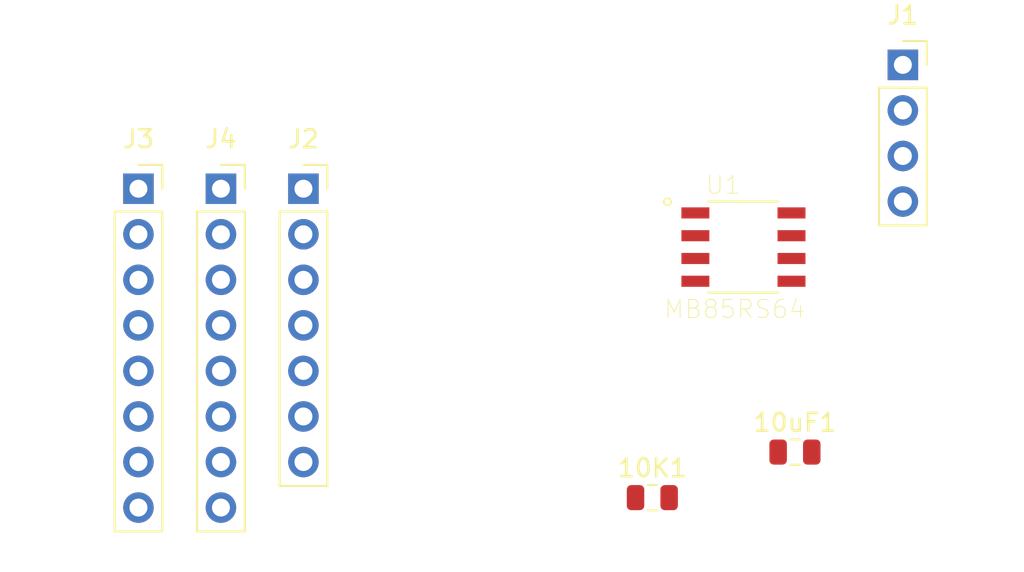
<source format=kicad_pcb>
(kicad_pcb (version 20171130) (host pcbnew "(5.1.0)-1")

  (general
    (thickness 1.6)
    (drawings 0)
    (tracks 0)
    (zones 0)
    (modules 7)
    (nets 15)
  )

  (page A4)
  (layers
    (0 F.Cu signal)
    (31 B.Cu signal)
    (32 B.Adhes user)
    (33 F.Adhes user)
    (34 B.Paste user)
    (35 F.Paste user)
    (36 B.SilkS user)
    (37 F.SilkS user)
    (38 B.Mask user)
    (39 F.Mask user)
    (40 Dwgs.User user)
    (41 Cmts.User user)
    (42 Eco1.User user)
    (43 Eco2.User user)
    (44 Edge.Cuts user)
    (45 Margin user)
    (46 B.CrtYd user)
    (47 F.CrtYd user)
    (48 B.Fab user)
    (49 F.Fab user)
  )

  (setup
    (last_trace_width 0.25)
    (trace_clearance 0.2)
    (zone_clearance 0.508)
    (zone_45_only no)
    (trace_min 0.2)
    (via_size 0.8)
    (via_drill 0.4)
    (via_min_size 0.4)
    (via_min_drill 0.3)
    (uvia_size 0.3)
    (uvia_drill 0.1)
    (uvias_allowed no)
    (uvia_min_size 0.2)
    (uvia_min_drill 0.1)
    (edge_width 0.05)
    (segment_width 0.2)
    (pcb_text_width 0.3)
    (pcb_text_size 1.5 1.5)
    (mod_edge_width 0.12)
    (mod_text_size 1 1)
    (mod_text_width 0.15)
    (pad_size 1.524 1.524)
    (pad_drill 0.762)
    (pad_to_mask_clearance 0.051)
    (solder_mask_min_width 0.25)
    (aux_axis_origin 0 0)
    (visible_elements FFFFFF7F)
    (pcbplotparams
      (layerselection 0x010fc_ffffffff)
      (usegerberextensions false)
      (usegerberattributes false)
      (usegerberadvancedattributes false)
      (creategerberjobfile false)
      (excludeedgelayer true)
      (linewidth 0.100000)
      (plotframeref false)
      (viasonmask false)
      (mode 1)
      (useauxorigin false)
      (hpglpennumber 1)
      (hpglpenspeed 20)
      (hpglpendiameter 15.000000)
      (psnegative false)
      (psa4output false)
      (plotreference true)
      (plotvalue true)
      (plotinvisibletext false)
      (padsonsilk false)
      (subtractmaskfromsilk false)
      (outputformat 1)
      (mirror false)
      (drillshape 1)
      (scaleselection 1)
      (outputdirectory ""))
  )

  (net 0 "")
  (net 1 "Net-(10K1-Pad1)")
  (net 2 +5V)
  (net 3 GND)
  (net 4 "Net-(J1-Pad1)")
  (net 5 "Net-(J1-Pad2)")
  (net 6 "Net-(J1-Pad3)")
  (net 7 "Net-(J1-Pad4)")
  (net 8 "Net-(J2-Pad1)")
  (net 9 "Net-(J2-Pad2)")
  (net 10 "Net-(J2-Pad3)")
  (net 11 "Net-(J2-Pad4)")
  (net 12 "Net-(J2-Pad5)")
  (net 13 "Net-(J3-Pad3)")
  (net 14 "Net-(J4-Pad3)")

  (net_class Default "This is the default net class."
    (clearance 0.2)
    (trace_width 0.25)
    (via_dia 0.8)
    (via_drill 0.4)
    (uvia_dia 0.3)
    (uvia_drill 0.1)
    (add_net +5V)
    (add_net GND)
    (add_net "Net-(10K1-Pad1)")
    (add_net "Net-(J1-Pad1)")
    (add_net "Net-(J1-Pad2)")
    (add_net "Net-(J1-Pad3)")
    (add_net "Net-(J1-Pad4)")
    (add_net "Net-(J2-Pad1)")
    (add_net "Net-(J2-Pad2)")
    (add_net "Net-(J2-Pad3)")
    (add_net "Net-(J2-Pad4)")
    (add_net "Net-(J2-Pad5)")
    (add_net "Net-(J3-Pad3)")
    (add_net "Net-(J4-Pad3)")
  )

  (module Resistor_SMD:R_0805_2012Metric (layer F.Cu) (tedit 5B36C52B) (tstamp 5CF7F31F)
    (at 120.65 73.66)
    (descr "Resistor SMD 0805 (2012 Metric), square (rectangular) end terminal, IPC_7351 nominal, (Body size source: https://docs.google.com/spreadsheets/d/1BsfQQcO9C6DZCsRaXUlFlo91Tg2WpOkGARC1WS5S8t0/edit?usp=sharing), generated with kicad-footprint-generator")
    (tags resistor)
    (path /5CF71510)
    (attr smd)
    (fp_text reference 10K1 (at 0 -1.65) (layer F.SilkS)
      (effects (font (size 1 1) (thickness 0.15)))
    )
    (fp_text value R (at 0 1.65) (layer F.Fab)
      (effects (font (size 1 1) (thickness 0.15)))
    )
    (fp_line (start -1 0.6) (end -1 -0.6) (layer F.Fab) (width 0.1))
    (fp_line (start -1 -0.6) (end 1 -0.6) (layer F.Fab) (width 0.1))
    (fp_line (start 1 -0.6) (end 1 0.6) (layer F.Fab) (width 0.1))
    (fp_line (start 1 0.6) (end -1 0.6) (layer F.Fab) (width 0.1))
    (fp_line (start -0.258578 -0.71) (end 0.258578 -0.71) (layer F.SilkS) (width 0.12))
    (fp_line (start -0.258578 0.71) (end 0.258578 0.71) (layer F.SilkS) (width 0.12))
    (fp_line (start -1.68 0.95) (end -1.68 -0.95) (layer F.CrtYd) (width 0.05))
    (fp_line (start -1.68 -0.95) (end 1.68 -0.95) (layer F.CrtYd) (width 0.05))
    (fp_line (start 1.68 -0.95) (end 1.68 0.95) (layer F.CrtYd) (width 0.05))
    (fp_line (start 1.68 0.95) (end -1.68 0.95) (layer F.CrtYd) (width 0.05))
    (fp_text user %R (at 0 0) (layer F.Fab)
      (effects (font (size 0.5 0.5) (thickness 0.08)))
    )
    (pad 1 smd roundrect (at -0.9375 0) (size 0.975 1.4) (layers F.Cu F.Paste F.Mask) (roundrect_rratio 0.25)
      (net 1 "Net-(10K1-Pad1)"))
    (pad 2 smd roundrect (at 0.9375 0) (size 0.975 1.4) (layers F.Cu F.Paste F.Mask) (roundrect_rratio 0.25)
      (net 2 +5V))
    (model ${KISYS3DMOD}/Resistor_SMD.3dshapes/R_0805_2012Metric.wrl
      (at (xyz 0 0 0))
      (scale (xyz 1 1 1))
      (rotate (xyz 0 0 0))
    )
  )

  (module Capacitor_SMD:C_0805_2012Metric (layer F.Cu) (tedit 5B36C52B) (tstamp 5CF7F330)
    (at 128.6025 71.12)
    (descr "Capacitor SMD 0805 (2012 Metric), square (rectangular) end terminal, IPC_7351 nominal, (Body size source: https://docs.google.com/spreadsheets/d/1BsfQQcO9C6DZCsRaXUlFlo91Tg2WpOkGARC1WS5S8t0/edit?usp=sharing), generated with kicad-footprint-generator")
    (tags capacitor)
    (path /5CF71A86)
    (attr smd)
    (fp_text reference 10uF1 (at 0 -1.65) (layer F.SilkS)
      (effects (font (size 1 1) (thickness 0.15)))
    )
    (fp_text value C (at 0 1.65) (layer F.Fab)
      (effects (font (size 1 1) (thickness 0.15)))
    )
    (fp_line (start -1 0.6) (end -1 -0.6) (layer F.Fab) (width 0.1))
    (fp_line (start -1 -0.6) (end 1 -0.6) (layer F.Fab) (width 0.1))
    (fp_line (start 1 -0.6) (end 1 0.6) (layer F.Fab) (width 0.1))
    (fp_line (start 1 0.6) (end -1 0.6) (layer F.Fab) (width 0.1))
    (fp_line (start -0.258578 -0.71) (end 0.258578 -0.71) (layer F.SilkS) (width 0.12))
    (fp_line (start -0.258578 0.71) (end 0.258578 0.71) (layer F.SilkS) (width 0.12))
    (fp_line (start -1.68 0.95) (end -1.68 -0.95) (layer F.CrtYd) (width 0.05))
    (fp_line (start -1.68 -0.95) (end 1.68 -0.95) (layer F.CrtYd) (width 0.05))
    (fp_line (start 1.68 -0.95) (end 1.68 0.95) (layer F.CrtYd) (width 0.05))
    (fp_line (start 1.68 0.95) (end -1.68 0.95) (layer F.CrtYd) (width 0.05))
    (fp_text user %R (at 0 0) (layer F.Fab)
      (effects (font (size 0.5 0.5) (thickness 0.08)))
    )
    (pad 1 smd roundrect (at -0.9375 0) (size 0.975 1.4) (layers F.Cu F.Paste F.Mask) (roundrect_rratio 0.25)
      (net 2 +5V))
    (pad 2 smd roundrect (at 0.9375 0) (size 0.975 1.4) (layers F.Cu F.Paste F.Mask) (roundrect_rratio 0.25)
      (net 3 GND))
    (model ${KISYS3DMOD}/Capacitor_SMD.3dshapes/C_0805_2012Metric.wrl
      (at (xyz 0 0 0))
      (scale (xyz 1 1 1))
      (rotate (xyz 0 0 0))
    )
  )

  (module Connector_PinSocket_2.54mm:PinSocket_1x04_P2.54mm_Vertical (layer F.Cu) (tedit 5A19A429) (tstamp 5CF7F348)
    (at 134.62 49.53)
    (descr "Through hole straight socket strip, 1x04, 2.54mm pitch, single row (from Kicad 4.0.7), script generated")
    (tags "Through hole socket strip THT 1x04 2.54mm single row")
    (path /5CF84DAE)
    (fp_text reference J1 (at 0 -2.77) (layer F.SilkS)
      (effects (font (size 1 1) (thickness 0.15)))
    )
    (fp_text value Conn_01x04_Male (at 0 10.39) (layer F.Fab)
      (effects (font (size 1 1) (thickness 0.15)))
    )
    (fp_line (start -1.27 -1.27) (end 0.635 -1.27) (layer F.Fab) (width 0.1))
    (fp_line (start 0.635 -1.27) (end 1.27 -0.635) (layer F.Fab) (width 0.1))
    (fp_line (start 1.27 -0.635) (end 1.27 8.89) (layer F.Fab) (width 0.1))
    (fp_line (start 1.27 8.89) (end -1.27 8.89) (layer F.Fab) (width 0.1))
    (fp_line (start -1.27 8.89) (end -1.27 -1.27) (layer F.Fab) (width 0.1))
    (fp_line (start -1.33 1.27) (end 1.33 1.27) (layer F.SilkS) (width 0.12))
    (fp_line (start -1.33 1.27) (end -1.33 8.95) (layer F.SilkS) (width 0.12))
    (fp_line (start -1.33 8.95) (end 1.33 8.95) (layer F.SilkS) (width 0.12))
    (fp_line (start 1.33 1.27) (end 1.33 8.95) (layer F.SilkS) (width 0.12))
    (fp_line (start 1.33 -1.33) (end 1.33 0) (layer F.SilkS) (width 0.12))
    (fp_line (start 0 -1.33) (end 1.33 -1.33) (layer F.SilkS) (width 0.12))
    (fp_line (start -1.8 -1.8) (end 1.75 -1.8) (layer F.CrtYd) (width 0.05))
    (fp_line (start 1.75 -1.8) (end 1.75 9.4) (layer F.CrtYd) (width 0.05))
    (fp_line (start 1.75 9.4) (end -1.8 9.4) (layer F.CrtYd) (width 0.05))
    (fp_line (start -1.8 9.4) (end -1.8 -1.8) (layer F.CrtYd) (width 0.05))
    (fp_text user %R (at 0 3.81 90) (layer F.Fab)
      (effects (font (size 1 1) (thickness 0.15)))
    )
    (pad 1 thru_hole rect (at 0 0) (size 1.7 1.7) (drill 1) (layers *.Cu *.Mask)
      (net 4 "Net-(J1-Pad1)"))
    (pad 2 thru_hole oval (at 0 2.54) (size 1.7 1.7) (drill 1) (layers *.Cu *.Mask)
      (net 5 "Net-(J1-Pad2)"))
    (pad 3 thru_hole oval (at 0 5.08) (size 1.7 1.7) (drill 1) (layers *.Cu *.Mask)
      (net 6 "Net-(J1-Pad3)"))
    (pad 4 thru_hole oval (at 0 7.62) (size 1.7 1.7) (drill 1) (layers *.Cu *.Mask)
      (net 7 "Net-(J1-Pad4)"))
    (model ${KISYS3DMOD}/Connector_PinSocket_2.54mm.3dshapes/PinSocket_1x04_P2.54mm_Vertical.wrl
      (at (xyz 0 0 0))
      (scale (xyz 1 1 1))
      (rotate (xyz 0 0 0))
    )
  )

  (module Connector_PinSocket_2.54mm:PinSocket_1x07_P2.54mm_Vertical (layer F.Cu) (tedit 5A19A433) (tstamp 5CF7F363)
    (at 101.195001 56.435001)
    (descr "Through hole straight socket strip, 1x07, 2.54mm pitch, single row (from Kicad 4.0.7), script generated")
    (tags "Through hole socket strip THT 1x07 2.54mm single row")
    (path /5CF91B33)
    (fp_text reference J2 (at 0 -2.77) (layer F.SilkS)
      (effects (font (size 1 1) (thickness 0.15)))
    )
    (fp_text value Conn_01x07_Male (at 0 18.01) (layer F.Fab)
      (effects (font (size 1 1) (thickness 0.15)))
    )
    (fp_line (start -1.27 -1.27) (end 0.635 -1.27) (layer F.Fab) (width 0.1))
    (fp_line (start 0.635 -1.27) (end 1.27 -0.635) (layer F.Fab) (width 0.1))
    (fp_line (start 1.27 -0.635) (end 1.27 16.51) (layer F.Fab) (width 0.1))
    (fp_line (start 1.27 16.51) (end -1.27 16.51) (layer F.Fab) (width 0.1))
    (fp_line (start -1.27 16.51) (end -1.27 -1.27) (layer F.Fab) (width 0.1))
    (fp_line (start -1.33 1.27) (end 1.33 1.27) (layer F.SilkS) (width 0.12))
    (fp_line (start -1.33 1.27) (end -1.33 16.57) (layer F.SilkS) (width 0.12))
    (fp_line (start -1.33 16.57) (end 1.33 16.57) (layer F.SilkS) (width 0.12))
    (fp_line (start 1.33 1.27) (end 1.33 16.57) (layer F.SilkS) (width 0.12))
    (fp_line (start 1.33 -1.33) (end 1.33 0) (layer F.SilkS) (width 0.12))
    (fp_line (start 0 -1.33) (end 1.33 -1.33) (layer F.SilkS) (width 0.12))
    (fp_line (start -1.8 -1.8) (end 1.75 -1.8) (layer F.CrtYd) (width 0.05))
    (fp_line (start 1.75 -1.8) (end 1.75 17) (layer F.CrtYd) (width 0.05))
    (fp_line (start 1.75 17) (end -1.8 17) (layer F.CrtYd) (width 0.05))
    (fp_line (start -1.8 17) (end -1.8 -1.8) (layer F.CrtYd) (width 0.05))
    (fp_text user %R (at 0 7.62 90) (layer F.Fab)
      (effects (font (size 1 1) (thickness 0.15)))
    )
    (pad 1 thru_hole rect (at 0 0) (size 1.7 1.7) (drill 1) (layers *.Cu *.Mask)
      (net 8 "Net-(J2-Pad1)"))
    (pad 2 thru_hole oval (at 0 2.54) (size 1.7 1.7) (drill 1) (layers *.Cu *.Mask)
      (net 9 "Net-(J2-Pad2)"))
    (pad 3 thru_hole oval (at 0 5.08) (size 1.7 1.7) (drill 1) (layers *.Cu *.Mask)
      (net 10 "Net-(J2-Pad3)"))
    (pad 4 thru_hole oval (at 0 7.62) (size 1.7 1.7) (drill 1) (layers *.Cu *.Mask)
      (net 11 "Net-(J2-Pad4)"))
    (pad 5 thru_hole oval (at 0 10.16) (size 1.7 1.7) (drill 1) (layers *.Cu *.Mask)
      (net 12 "Net-(J2-Pad5)"))
    (pad 6 thru_hole oval (at 0 12.7) (size 1.7 1.7) (drill 1) (layers *.Cu *.Mask)
      (net 2 +5V))
    (pad 7 thru_hole oval (at 0 15.24) (size 1.7 1.7) (drill 1) (layers *.Cu *.Mask)
      (net 3 GND))
    (model ${KISYS3DMOD}/Connector_PinSocket_2.54mm.3dshapes/PinSocket_1x07_P2.54mm_Vertical.wrl
      (at (xyz 0 0 0))
      (scale (xyz 1 1 1))
      (rotate (xyz 0 0 0))
    )
  )

  (module Connector_PinSocket_2.54mm:PinSocket_1x08_P2.54mm_Vertical (layer F.Cu) (tedit 5A19A420) (tstamp 5CF7F37F)
    (at 91.995001 56.435001)
    (descr "Through hole straight socket strip, 1x08, 2.54mm pitch, single row (from Kicad 4.0.7), script generated")
    (tags "Through hole socket strip THT 1x08 2.54mm single row")
    (path /5CF7EEC6)
    (fp_text reference J3 (at 0 -2.77) (layer F.SilkS)
      (effects (font (size 1 1) (thickness 0.15)))
    )
    (fp_text value Conn_01x08_Female (at 0 20.55) (layer F.Fab)
      (effects (font (size 1 1) (thickness 0.15)))
    )
    (fp_line (start -1.27 -1.27) (end 0.635 -1.27) (layer F.Fab) (width 0.1))
    (fp_line (start 0.635 -1.27) (end 1.27 -0.635) (layer F.Fab) (width 0.1))
    (fp_line (start 1.27 -0.635) (end 1.27 19.05) (layer F.Fab) (width 0.1))
    (fp_line (start 1.27 19.05) (end -1.27 19.05) (layer F.Fab) (width 0.1))
    (fp_line (start -1.27 19.05) (end -1.27 -1.27) (layer F.Fab) (width 0.1))
    (fp_line (start -1.33 1.27) (end 1.33 1.27) (layer F.SilkS) (width 0.12))
    (fp_line (start -1.33 1.27) (end -1.33 19.11) (layer F.SilkS) (width 0.12))
    (fp_line (start -1.33 19.11) (end 1.33 19.11) (layer F.SilkS) (width 0.12))
    (fp_line (start 1.33 1.27) (end 1.33 19.11) (layer F.SilkS) (width 0.12))
    (fp_line (start 1.33 -1.33) (end 1.33 0) (layer F.SilkS) (width 0.12))
    (fp_line (start 0 -1.33) (end 1.33 -1.33) (layer F.SilkS) (width 0.12))
    (fp_line (start -1.8 -1.8) (end 1.75 -1.8) (layer F.CrtYd) (width 0.05))
    (fp_line (start 1.75 -1.8) (end 1.75 19.55) (layer F.CrtYd) (width 0.05))
    (fp_line (start 1.75 19.55) (end -1.8 19.55) (layer F.CrtYd) (width 0.05))
    (fp_line (start -1.8 19.55) (end -1.8 -1.8) (layer F.CrtYd) (width 0.05))
    (fp_text user %R (at 0 8.89 90) (layer F.Fab)
      (effects (font (size 1 1) (thickness 0.15)))
    )
    (pad 1 thru_hole rect (at 0 0) (size 1.7 1.7) (drill 1) (layers *.Cu *.Mask)
      (net 4 "Net-(J1-Pad1)"))
    (pad 2 thru_hole oval (at 0 2.54) (size 1.7 1.7) (drill 1) (layers *.Cu *.Mask)
      (net 5 "Net-(J1-Pad2)"))
    (pad 3 thru_hole oval (at 0 5.08) (size 1.7 1.7) (drill 1) (layers *.Cu *.Mask)
      (net 13 "Net-(J3-Pad3)"))
    (pad 4 thru_hole oval (at 0 7.62) (size 1.7 1.7) (drill 1) (layers *.Cu *.Mask)
      (net 6 "Net-(J1-Pad3)"))
    (pad 5 thru_hole oval (at 0 10.16) (size 1.7 1.7) (drill 1) (layers *.Cu *.Mask)
      (net 7 "Net-(J1-Pad4)"))
    (pad 6 thru_hole oval (at 0 12.7) (size 1.7 1.7) (drill 1) (layers *.Cu *.Mask)
      (net 5 "Net-(J1-Pad2)"))
    (pad 7 thru_hole oval (at 0 15.24) (size 1.7 1.7) (drill 1) (layers *.Cu *.Mask)
      (net 5 "Net-(J1-Pad2)"))
    (pad 8 thru_hole oval (at 0 17.78) (size 1.7 1.7) (drill 1) (layers *.Cu *.Mask)
      (net 5 "Net-(J1-Pad2)"))
    (model ${KISYS3DMOD}/Connector_PinSocket_2.54mm.3dshapes/PinSocket_1x08_P2.54mm_Vertical.wrl
      (at (xyz 0 0 0))
      (scale (xyz 1 1 1))
      (rotate (xyz 0 0 0))
    )
  )

  (module Connector_PinSocket_2.54mm:PinSocket_1x08_P2.54mm_Vertical (layer F.Cu) (tedit 5A19A420) (tstamp 5CF7F39B)
    (at 96.595001 56.435001)
    (descr "Through hole straight socket strip, 1x08, 2.54mm pitch, single row (from Kicad 4.0.7), script generated")
    (tags "Through hole socket strip THT 1x08 2.54mm single row")
    (path /5CF80DDA)
    (fp_text reference J4 (at 0 -2.77) (layer F.SilkS)
      (effects (font (size 1 1) (thickness 0.15)))
    )
    (fp_text value Conn_01x08_Female (at 0 20.55) (layer F.Fab)
      (effects (font (size 1 1) (thickness 0.15)))
    )
    (fp_text user %R (at 0 8.89 90) (layer F.Fab)
      (effects (font (size 1 1) (thickness 0.15)))
    )
    (fp_line (start -1.8 19.55) (end -1.8 -1.8) (layer F.CrtYd) (width 0.05))
    (fp_line (start 1.75 19.55) (end -1.8 19.55) (layer F.CrtYd) (width 0.05))
    (fp_line (start 1.75 -1.8) (end 1.75 19.55) (layer F.CrtYd) (width 0.05))
    (fp_line (start -1.8 -1.8) (end 1.75 -1.8) (layer F.CrtYd) (width 0.05))
    (fp_line (start 0 -1.33) (end 1.33 -1.33) (layer F.SilkS) (width 0.12))
    (fp_line (start 1.33 -1.33) (end 1.33 0) (layer F.SilkS) (width 0.12))
    (fp_line (start 1.33 1.27) (end 1.33 19.11) (layer F.SilkS) (width 0.12))
    (fp_line (start -1.33 19.11) (end 1.33 19.11) (layer F.SilkS) (width 0.12))
    (fp_line (start -1.33 1.27) (end -1.33 19.11) (layer F.SilkS) (width 0.12))
    (fp_line (start -1.33 1.27) (end 1.33 1.27) (layer F.SilkS) (width 0.12))
    (fp_line (start -1.27 19.05) (end -1.27 -1.27) (layer F.Fab) (width 0.1))
    (fp_line (start 1.27 19.05) (end -1.27 19.05) (layer F.Fab) (width 0.1))
    (fp_line (start 1.27 -0.635) (end 1.27 19.05) (layer F.Fab) (width 0.1))
    (fp_line (start 0.635 -1.27) (end 1.27 -0.635) (layer F.Fab) (width 0.1))
    (fp_line (start -1.27 -1.27) (end 0.635 -1.27) (layer F.Fab) (width 0.1))
    (pad 8 thru_hole oval (at 0 17.78) (size 1.7 1.7) (drill 1) (layers *.Cu *.Mask)
      (net 4 "Net-(J1-Pad1)"))
    (pad 7 thru_hole oval (at 0 15.24) (size 1.7 1.7) (drill 1) (layers *.Cu *.Mask)
      (net 5 "Net-(J1-Pad2)"))
    (pad 6 thru_hole oval (at 0 12.7) (size 1.7 1.7) (drill 1) (layers *.Cu *.Mask)
      (net 5 "Net-(J1-Pad2)"))
    (pad 5 thru_hole oval (at 0 10.16) (size 1.7 1.7) (drill 1) (layers *.Cu *.Mask)
      (net 7 "Net-(J1-Pad4)"))
    (pad 4 thru_hole oval (at 0 7.62) (size 1.7 1.7) (drill 1) (layers *.Cu *.Mask)
      (net 6 "Net-(J1-Pad3)"))
    (pad 3 thru_hole oval (at 0 5.08) (size 1.7 1.7) (drill 1) (layers *.Cu *.Mask)
      (net 14 "Net-(J4-Pad3)"))
    (pad 2 thru_hole oval (at 0 2.54) (size 1.7 1.7) (drill 1) (layers *.Cu *.Mask)
      (net 5 "Net-(J1-Pad2)"))
    (pad 1 thru_hole rect (at 0 0) (size 1.7 1.7) (drill 1) (layers *.Cu *.Mask)
      (net 4 "Net-(J1-Pad1)"))
    (model ${KISYS3DMOD}/Connector_PinSocket_2.54mm.3dshapes/PinSocket_1x08_P2.54mm_Vertical.wrl
      (at (xyz 0 0 0))
      (scale (xyz 1 1 1))
      (rotate (xyz 0 0 0))
    )
  )

  (module 111:SOIC127P600X175-8N (layer F.Cu) (tedit 0) (tstamp 5CF7F3B3)
    (at 125.73 59.69)
    (path /5CF6F8A8)
    (attr smd)
    (fp_text reference U1 (at -1.12 -3.462) (layer F.SilkS)
      (effects (font (size 1 1) (thickness 0.05)))
    )
    (fp_text value MB85RS64 (at -0.485 3.462) (layer F.SilkS)
      (effects (font (size 1 1) (thickness 0.05)))
    )
    (fp_circle (center -4.24 -2.525) (end -4.04 -2.525) (layer F.SilkS) (width 0.1))
    (fp_circle (center -4.24 -2.525) (end -4.04 -2.525) (layer Eco2.User) (width 0.1))
    (fp_line (start -1.95 -2.5375) (end 1.95 -2.5375) (layer Eco2.User) (width 0.127))
    (fp_line (start -1.95 2.5375) (end 1.95 2.5375) (layer Eco2.User) (width 0.127))
    (fp_line (start -1.95 -2.5375) (end 1.95 -2.5375) (layer F.SilkS) (width 0.127))
    (fp_line (start -1.95 2.5375) (end 1.95 2.5375) (layer F.SilkS) (width 0.127))
    (fp_line (start -1.95 -2.5375) (end -1.95 2.5375) (layer Eco2.User) (width 0.127))
    (fp_line (start 1.95 -2.5375) (end 1.95 2.5375) (layer Eco2.User) (width 0.127))
    (fp_line (start -3.71 -2.7875) (end 3.71 -2.7875) (layer Eco1.User) (width 0.05))
    (fp_line (start -3.71 2.7875) (end 3.71 2.7875) (layer Eco1.User) (width 0.05))
    (fp_line (start -3.71 -2.7875) (end -3.71 2.7875) (layer Eco1.User) (width 0.05))
    (fp_line (start 3.71 -2.7875) (end 3.71 2.7875) (layer Eco1.User) (width 0.05))
    (pad 1 smd rect (at -2.68 -1.905) (size 1.56 0.62) (layers F.Cu F.Paste F.Mask)
      (net 12 "Net-(J2-Pad5)"))
    (pad 2 smd rect (at -2.68 -0.635) (size 1.56 0.62) (layers F.Cu F.Paste F.Mask)
      (net 8 "Net-(J2-Pad1)"))
    (pad 3 smd rect (at -2.68 0.635) (size 1.56 0.62) (layers F.Cu F.Paste F.Mask)
      (net 11 "Net-(J2-Pad4)"))
    (pad 4 smd rect (at -2.68 1.905) (size 1.56 0.62) (layers F.Cu F.Paste F.Mask)
      (net 3 GND))
    (pad 5 smd rect (at 2.68 1.905) (size 1.56 0.62) (layers F.Cu F.Paste F.Mask)
      (net 9 "Net-(J2-Pad2)"))
    (pad 6 smd rect (at 2.68 0.635) (size 1.56 0.62) (layers F.Cu F.Paste F.Mask)
      (net 10 "Net-(J2-Pad3)"))
    (pad 7 smd rect (at 2.68 -0.635) (size 1.56 0.62) (layers F.Cu F.Paste F.Mask)
      (net 1 "Net-(10K1-Pad1)"))
    (pad 8 smd rect (at 2.68 -1.905) (size 1.56 0.62) (layers F.Cu F.Paste F.Mask)
      (net 2 +5V))
  )

)

</source>
